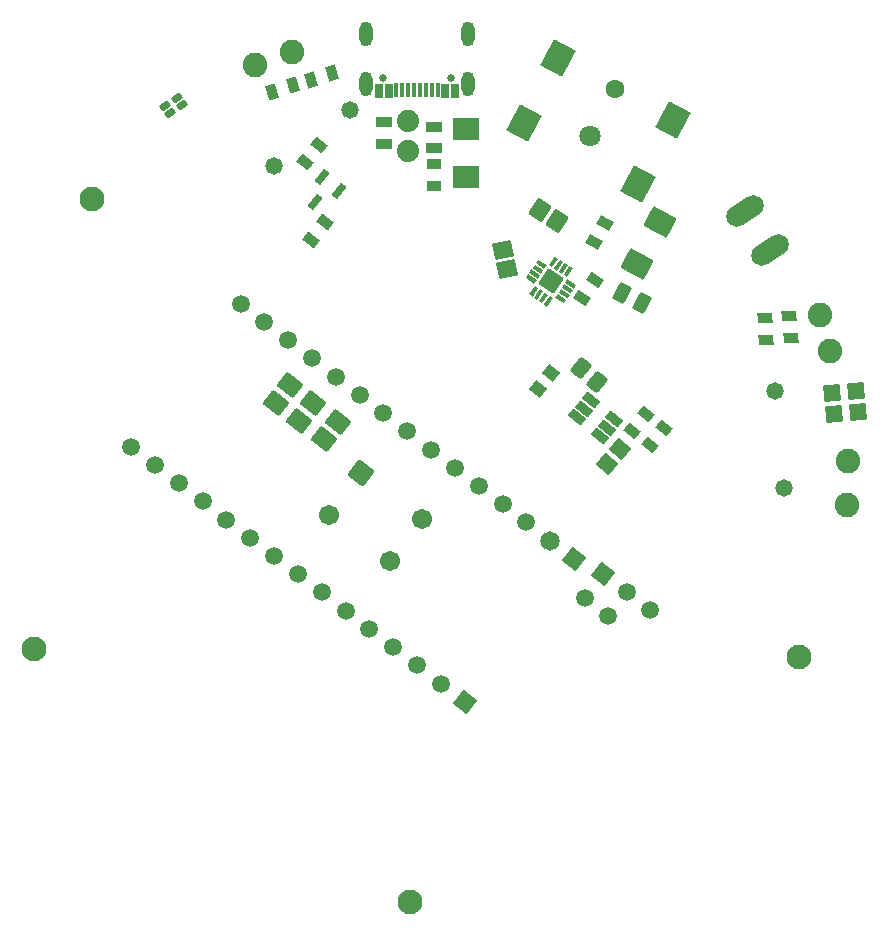
<source format=gts>
%TF.GenerationSoftware,KiCad,Pcbnew,8.0.1*%
%TF.CreationDate,2025-11-28T14:34:22-07:00*%
%TF.ProjectId,F-UVC-Solar-WB_RevA1.1_PCB,462d5556-432d-4536-9f6c-61722d57425f,rev?*%
%TF.SameCoordinates,Original*%
%TF.FileFunction,Soldermask,Top*%
%TF.FilePolarity,Negative*%
%FSLAX46Y46*%
G04 Gerber Fmt 4.6, Leading zero omitted, Abs format (unit mm)*
G04 Created by KiCad (PCBNEW 8.0.1) date 2025-11-28 14:34:22*
%MOMM*%
%LPD*%
G01*
G04 APERTURE LIST*
G04 Aperture macros list*
%AMRoundRect*
0 Rectangle with rounded corners*
0 $1 Rounding radius*
0 $2 $3 $4 $5 $6 $7 $8 $9 X,Y pos of 4 corners*
0 Add a 4 corners polygon primitive as box body*
4,1,4,$2,$3,$4,$5,$6,$7,$8,$9,$2,$3,0*
0 Add four circle primitives for the rounded corners*
1,1,$1+$1,$2,$3*
1,1,$1+$1,$4,$5*
1,1,$1+$1,$6,$7*
1,1,$1+$1,$8,$9*
0 Add four rect primitives between the rounded corners*
20,1,$1+$1,$2,$3,$4,$5,0*
20,1,$1+$1,$4,$5,$6,$7,0*
20,1,$1+$1,$6,$7,$8,$9,0*
20,1,$1+$1,$8,$9,$2,$3,0*%
%AMHorizOval*
0 Thick line with rounded ends*
0 $1 width*
0 $2 $3 position (X,Y) of the first rounded end (center of the circle)*
0 $4 $5 position (X,Y) of the second rounded end (center of the circle)*
0 Add line between two ends*
20,1,$1,$2,$3,$4,$5,0*
0 Add two circle primitives to create the rounded ends*
1,1,$1,$2,$3*
1,1,$1,$4,$5*%
%AMRotRect*
0 Rectangle, with rotation*
0 The origin of the aperture is its center*
0 $1 length*
0 $2 width*
0 $3 Rotation angle, in degrees counterclockwise*
0 Add horizontal line*
21,1,$1,$2,0,0,$3*%
G04 Aperture macros list end*
%ADD10C,0.000000*%
%ADD11C,2.100000*%
%ADD12RoundRect,0.102000X-0.816153X0.444966X-0.574839X-0.730521X0.816153X-0.444966X0.574839X0.730521X0*%
%ADD13RoundRect,0.101600X-0.230229X1.004736X-1.030589X-0.019678X0.230229X-1.004736X1.030589X0.019678X0*%
%ADD14RoundRect,0.050800X-1.079500X0.889000X-1.079500X-0.889000X1.079500X-0.889000X1.079500X0.889000X0*%
%ADD15RoundRect,0.050800X1.079500X-0.889000X1.079500X0.889000X-1.079500X0.889000X-1.079500X-0.889000X0*%
%ADD16C,1.712000*%
%ADD17RoundRect,0.102000X-1.055940X-0.148403X0.148403X-1.055940X1.055940X0.148403X-0.148403X1.055940X0*%
%ADD18RoundRect,0.050800X-1.040280X-0.206925X0.206925X-1.040280X1.040280X0.206925X-0.206925X1.040280X0*%
%ADD19C,2.082800*%
%ADD20RoundRect,0.140500X0.679009X0.375582X-0.064277X0.773294X-0.679009X-0.375582X0.064277X-0.773294X0*%
%ADD21RotRect,0.855600X1.250000X232.401000*%
%ADD22C,1.879600*%
%ADD23RotRect,0.855600X1.250000X56.000000*%
%ADD24RoundRect,0.102000X0.175796X0.362761X-0.401783X-0.032716X-0.175796X-0.362761X0.401783X0.032716X0*%
%ADD25RoundRect,0.098000X-0.657758X0.157072X0.286125X-0.612740X0.657758X-0.157072X-0.286125X0.612740X0*%
%ADD26RotRect,1.305598X1.449997X229.600000*%
%ADD27RotRect,0.855600X1.250000X93.599000*%
%ADD28RotRect,1.005599X1.199998X231.201000*%
%ADD29RotRect,0.855600X1.250000X61.850000*%
%ADD30RoundRect,0.736600X0.000010X0.000010X-0.000010X0.000010X-0.000010X-0.000010X0.000010X-0.000010X0*%
%ADD31C,0.650000*%
%ADD32RoundRect,0.050800X0.287500X0.559998X-0.287500X0.559998X-0.287500X-0.559998X0.287500X-0.559998X0*%
%ADD33RoundRect,0.050800X0.287500X0.559999X-0.287500X0.559999X-0.287500X-0.559999X0.287500X-0.559999X0*%
%ADD34RoundRect,0.050800X0.137500X0.575000X-0.137500X0.575000X-0.137500X-0.575000X0.137500X-0.575000X0*%
%ADD35RoundRect,0.050800X0.287500X0.560002X-0.287500X0.560002X-0.287500X-0.560002X0.287500X-0.560002X0*%
%ADD36O,1.101600X2.101600*%
%ADD37RoundRect,0.156750X0.768566X0.184345X0.048112X0.788900X-0.768566X-0.184345X-0.048112X-0.788900X0*%
%ADD38RotRect,0.609600X1.320800X141.200000*%
%ADD39RoundRect,0.736600X0.000007X0.000012X-0.000012X0.000007X-0.000007X-0.000012X0.000012X-0.000007X0*%
%ADD40RotRect,0.855600X1.250000X231.201000*%
%ADD41C,1.600000*%
%ADD42C,1.800000*%
%ADD43RoundRect,0.050800X-0.315578X1.529840X-1.447853X-0.586277X0.315578X-1.529840X1.447853X0.586277X0*%
%ADD44RotRect,0.855600X1.250000X51.600000*%
%ADD45RoundRect,0.102000X-0.538587X-0.655686X0.655686X-0.538587X0.538587X0.655686X-0.655686X0.538587X0*%
%ADD46RotRect,0.855600X1.250000X196.400000*%
%ADD47HorizOval,1.778000X0.697141X0.465375X-0.697141X-0.465375X0*%
%ADD48R,1.250000X0.855600*%
%ADD49RoundRect,0.102000X-0.893337X-0.257001X0.104427X-0.923686X0.893337X0.257001X-0.104427X0.923686X0*%
%ADD50RotRect,0.855600X1.250000X17.199000*%
%ADD51RoundRect,0.050800X-0.532398X1.293133X-1.371226X-0.274557X0.532398X-1.293133X1.371226X0.274557X0*%
%ADD52RoundRect,0.050800X0.532398X-1.293133X1.371226X0.274557X-0.532398X1.293133X-1.371226X-0.274557X0*%
%ADD53R,1.346200X0.812800*%
%ADD54C,1.500000*%
%ADD55RotRect,1.500000X1.500000X232.577000*%
%ADD56C,1.650000*%
%ADD57RotRect,1.500000X1.500000X142.577000*%
G04 APERTURE END LIST*
D10*
%TO.C,U2*%
G36*
X213445440Y-66810517D02*
G01*
X213250992Y-67101535D01*
X212519297Y-66612639D01*
X212713740Y-66321612D01*
X213445440Y-66810517D01*
G37*
G36*
X213723227Y-66394785D02*
G01*
X213528777Y-66685798D01*
X212797085Y-66196893D01*
X212991528Y-65905880D01*
X213723227Y-66394785D01*
G37*
G36*
X214001009Y-65979039D02*
G01*
X213806550Y-66270060D01*
X213074870Y-65781160D01*
X213269319Y-65490143D01*
X214001009Y-65979039D01*
G37*
G36*
X213579252Y-67483236D02*
G01*
X213090346Y-68214931D01*
X212799335Y-68020480D01*
X213288234Y-67288788D01*
X213579252Y-67483236D01*
G37*
G36*
X214278787Y-65563313D02*
G01*
X214084339Y-65854331D01*
X213352644Y-65365425D01*
X213547095Y-65074414D01*
X214278787Y-65563313D01*
G37*
G36*
X213994981Y-67761025D02*
G01*
X213506081Y-68492705D01*
X213215064Y-68298256D01*
X213703960Y-67566566D01*
X213994981Y-67761025D01*
G37*
G36*
X214410719Y-68038798D02*
G01*
X213921814Y-68770490D01*
X213630801Y-68576047D01*
X214119706Y-67844348D01*
X214410719Y-68038798D01*
G37*
G36*
X214826456Y-68316583D02*
G01*
X214337560Y-69048278D01*
X214046533Y-68853835D01*
X214535438Y-68122135D01*
X214826456Y-68316583D01*
G37*
G36*
X215245963Y-64988819D02*
G01*
X214757058Y-65720519D01*
X214466040Y-65526071D01*
X214954936Y-64794376D01*
X215245963Y-64988819D01*
G37*
G36*
X215661695Y-65266607D02*
G01*
X215172790Y-65998306D01*
X214881777Y-65803856D01*
X215370682Y-65072164D01*
X215661695Y-65266607D01*
G37*
G36*
X216077432Y-65544398D02*
G01*
X215588536Y-66276088D01*
X215297515Y-66081629D01*
X215786415Y-65349949D01*
X216077432Y-65544398D01*
G37*
G36*
X215939852Y-68477229D02*
G01*
X215745401Y-68768240D01*
X215013709Y-68279341D01*
X215208157Y-67988323D01*
X215939852Y-68477229D01*
G37*
G36*
X216493161Y-65822174D02*
G01*
X216004262Y-66553866D01*
X215713244Y-66359418D01*
X216202150Y-65627723D01*
X216493161Y-65822174D01*
G37*
G36*
X216217626Y-68061494D02*
G01*
X216023177Y-68352511D01*
X215291487Y-67863615D01*
X215485946Y-67572594D01*
X216217626Y-68061494D01*
G37*
G36*
X216495411Y-67645761D02*
G01*
X216300968Y-67936774D01*
X215569269Y-67447869D01*
X215763719Y-67156856D01*
X216495411Y-67645761D01*
G37*
G36*
X216773199Y-67230015D02*
G01*
X216578756Y-67521042D01*
X215847056Y-67032137D01*
X216041504Y-66741119D01*
X216773199Y-67230015D01*
G37*
%TD*%
D11*
%TO.C,H4*%
X170840400Y-98044000D03*
%TD*%
%TO.C,H1*%
X235661200Y-98755200D03*
%TD*%
%TO.C,H3*%
X202742800Y-119481600D03*
%TD*%
%TO.C,H2*%
X175818800Y-59944000D03*
%TD*%
D12*
%TO.C,R9*%
X210601286Y-64256858D03*
X210937114Y-65892742D03*
%TD*%
D13*
%TO.C,R15*%
X196604562Y-78785260D03*
X195434806Y-80282480D03*
%TD*%
D14*
%TO.C,D2*%
X207467200Y-54051200D03*
D15*
X207467200Y-58115202D03*
%TD*%
D16*
%TO.C,SW2*%
X201020365Y-90601898D03*
X195829235Y-86690102D03*
X203728533Y-87008038D03*
D17*
X198537403Y-83096242D03*
%TD*%
D18*
%TO.C,U2*%
X214646248Y-66921327D03*
%TD*%
D19*
%TO.C,-UVC1*%
X239674400Y-85859320D03*
%TD*%
D20*
%TO.C,R7*%
X222380839Y-68776552D03*
X220696761Y-67875448D03*
%TD*%
D21*
%TO.C,C9*%
X195485679Y-61901306D03*
X194353521Y-63371494D03*
%TD*%
D22*
%TO.C,JP1*%
X202539600Y-53340000D03*
X202539600Y-55880000D03*
%TD*%
D13*
%TO.C,R14*%
X193352006Y-78707680D03*
X194521762Y-77210460D03*
%TD*%
D23*
%TO.C,C3*%
X217300762Y-68340362D03*
X218338400Y-66802000D03*
%TD*%
D24*
%TO.C,D5*%
X183391755Y-52010054D03*
X182973678Y-51399472D03*
X181983543Y-52077434D03*
X182401620Y-52688016D03*
%TD*%
D19*
%TO.C,+BATT1*%
X192735200Y-47498000D03*
%TD*%
D25*
%TO.C,U3*%
X218033600Y-76962000D03*
X217433174Y-77698200D03*
X216832745Y-78434396D03*
X218777856Y-80020792D03*
X219378282Y-79284592D03*
X219978711Y-78548396D03*
%TD*%
D13*
%TO.C,R13*%
X191370806Y-77183680D03*
X192540562Y-75686460D03*
%TD*%
D26*
%TO.C,C11*%
X220472000Y-81127599D03*
X219431380Y-82350327D03*
%TD*%
D27*
%TO.C,C7*%
X234953100Y-71730190D03*
X234836618Y-69878250D03*
%TD*%
D28*
%TO.C,R3*%
X214656355Y-74671771D03*
X213587645Y-76001029D03*
%TD*%
D27*
%TO.C,C5*%
X232875366Y-71875486D03*
X232758884Y-70023546D03*
%TD*%
D29*
%TO.C,C1*%
X218307081Y-63606856D03*
X219182519Y-61970744D03*
%TD*%
D30*
%TO.C,TP3*%
X191160400Y-57150000D03*
%TD*%
D31*
%TO.C,X2*%
X206191603Y-49663197D03*
X200411596Y-49663197D03*
D32*
X206501599Y-50753198D03*
D33*
X205701598Y-50753199D03*
D34*
X204551598Y-50738194D03*
X203551597Y-50738194D03*
X203051606Y-50738200D03*
X202051606Y-50738201D03*
D35*
X200101603Y-50753202D03*
D33*
X200901591Y-50753199D03*
D34*
X201551596Y-50738201D03*
X202551599Y-50738193D03*
X204051602Y-50738193D03*
X205051591Y-50738202D03*
D36*
X207621599Y-50163196D03*
X198981603Y-50163199D03*
X207621597Y-45983201D03*
X198981600Y-45983201D03*
%TD*%
D37*
%TO.C,C10*%
X218561438Y-75399207D03*
X217200962Y-74257593D03*
%TD*%
D38*
%TO.C,U1*%
X196719678Y-59246390D03*
X195238937Y-58055844D03*
X194707051Y-60233485D03*
%TD*%
D19*
%TO.C,+UVC1*%
X239834257Y-82133986D03*
%TD*%
D39*
%TO.C,TP1*%
X233591928Y-76214178D03*
%TD*%
D40*
%TO.C,C12*%
X222707186Y-78130390D03*
X221544486Y-79576550D03*
%TD*%
D41*
%TO.C,X1*%
X220100195Y-50631001D03*
D42*
X217977177Y-54598722D03*
D43*
X224949630Y-53225801D03*
X222024593Y-58692431D03*
X215250760Y-48036201D03*
X212325712Y-53502838D03*
%TD*%
D44*
%TO.C,C4*%
X193835299Y-56810309D03*
X194987901Y-55356091D03*
%TD*%
D45*
%TO.C,D4*%
X240494378Y-76198276D03*
X238404400Y-76403200D03*
%TD*%
%TO.C,D3*%
X240669000Y-77977097D03*
X238579022Y-78182021D03*
%TD*%
D46*
%TO.C,C6*%
X192769696Y-50318749D03*
X190989594Y-50842661D03*
%TD*%
D47*
%TO.C,JP3*%
X233233919Y-64216822D03*
%TD*%
%TO.C,JP2*%
X231104419Y-60935285D03*
%TD*%
D40*
%TO.C,C13*%
X224180386Y-79298790D03*
X223017686Y-80744950D03*
%TD*%
D48*
%TO.C,C2*%
X204774800Y-58853200D03*
X204774800Y-56997600D03*
%TD*%
D30*
%TO.C,TP2*%
X197612000Y-52374800D03*
%TD*%
D49*
%TO.C,R8*%
X213732523Y-60902499D03*
X215121077Y-61830301D03*
%TD*%
D19*
%TO.C,-BATT1*%
X189613503Y-48621136D03*
%TD*%
D50*
%TO.C,C8*%
X194314977Y-49858951D03*
X196087601Y-49310267D03*
%TD*%
D51*
%TO.C,D1*%
X223863069Y-61871951D03*
D52*
X221945746Y-65455238D03*
%TD*%
D53*
%TO.C,R2*%
X204774800Y-55651400D03*
X204774800Y-53848000D03*
%TD*%
D39*
%TO.C,TP4*%
X234391200Y-84378800D03*
%TD*%
D53*
%TO.C,R1*%
X200507600Y-55245000D03*
X200507600Y-53441600D03*
%TD*%
D19*
%TO.C,-SYS1*%
X237439200Y-69799200D03*
%TD*%
%TO.C,+SYS1*%
X238251667Y-72789594D03*
%TD*%
D54*
%TO.C,J1*%
X217493217Y-93682017D03*
X219510413Y-95225545D03*
D55*
X219036767Y-91664819D03*
D54*
X221053964Y-93208367D03*
X223071146Y-94751917D03*
X188364556Y-68802297D03*
X190381742Y-70345852D03*
X192398945Y-71889393D03*
X194416136Y-73432929D03*
X196433331Y-74976490D03*
X198450516Y-76520042D03*
X200467719Y-78063566D03*
X202484903Y-79607117D03*
X204502102Y-81150663D03*
X206519295Y-82694204D03*
X208536504Y-84237744D03*
X210553684Y-85781298D03*
X212570884Y-87324832D03*
D56*
X214588073Y-88868384D03*
D57*
X216605266Y-90411945D03*
D54*
X179103284Y-80905470D03*
X181120484Y-82449017D03*
X183137674Y-83992569D03*
X185154870Y-85536099D03*
X187172061Y-87079656D03*
X189189254Y-88623197D03*
X191206454Y-90166741D03*
X193223639Y-91710277D03*
X195240834Y-93253820D03*
X197258010Y-94797379D03*
X199275231Y-96340917D03*
X201292414Y-97884455D03*
X203309610Y-99428015D03*
X205326792Y-100971555D03*
D57*
X207344000Y-102515095D03*
%TD*%
M02*

</source>
